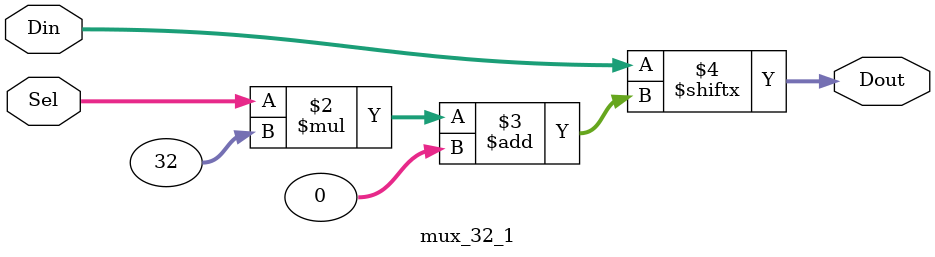
<source format=v>
`timescale 1ns / 1ps


module mux_32_1
    #(parameter BUS_WIDTH = 32,              // The bits of a single input
      parameter SEL = 5)                     // The number of select bits
    ( input [(BUS_WIDTH*(2**SEL))-1:0] Din,  // Create a big Bus that fits all inputs
      input [SEL-1:0] Sel,                   // Select signal
      output reg [BUS_WIDTH-1:0] Dout        // Dout signal
    );

    // If anything changes...
    always @ ( * ) begin
        // Pass to the output the input bus from Sel*BUS_WIDTH to Sel*BUS_WIDTH + BUS_WIDTH
        Dout = Din[Sel*BUS_WIDTH +: BUS_WIDTH];
    end

endmodule

</source>
